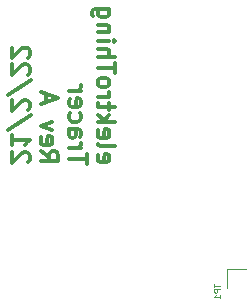
<source format=gbr>
%TF.GenerationSoftware,KiCad,Pcbnew,(6.0.0)*%
%TF.CreationDate,2022-02-22T11:37:22+00:00*%
%TF.ProjectId,Tracer,54726163-6572-42e6-9b69-6361645f7063,A*%
%TF.SameCoordinates,Original*%
%TF.FileFunction,Legend,Bot*%
%TF.FilePolarity,Positive*%
%FSLAX46Y46*%
G04 Gerber Fmt 4.6, Leading zero omitted, Abs format (unit mm)*
G04 Created by KiCad (PCBNEW (6.0.0)) date 2022-02-22 11:37:22*
%MOMM*%
%LPD*%
G01*
G04 APERTURE LIST*
%ADD10C,0.300000*%
%ADD11C,0.075000*%
%ADD12C,0.120000*%
G04 APERTURE END LIST*
D10*
X151615357Y-100976428D02*
X151543928Y-101119285D01*
X151543928Y-101405000D01*
X151615357Y-101547857D01*
X151758214Y-101619285D01*
X152329642Y-101619285D01*
X152472500Y-101547857D01*
X152543928Y-101405000D01*
X152543928Y-101119285D01*
X152472500Y-100976428D01*
X152329642Y-100905000D01*
X152186785Y-100905000D01*
X152043928Y-101619285D01*
X151543928Y-100047857D02*
X151615357Y-100190714D01*
X151758214Y-100262142D01*
X153043928Y-100262142D01*
X151615357Y-98905000D02*
X151543928Y-99047857D01*
X151543928Y-99333571D01*
X151615357Y-99476428D01*
X151758214Y-99547857D01*
X152329642Y-99547857D01*
X152472500Y-99476428D01*
X152543928Y-99333571D01*
X152543928Y-99047857D01*
X152472500Y-98905000D01*
X152329642Y-98833571D01*
X152186785Y-98833571D01*
X152043928Y-99547857D01*
X151543928Y-98190714D02*
X153043928Y-98190714D01*
X152115357Y-98047857D02*
X151543928Y-97619285D01*
X152543928Y-97619285D02*
X151972500Y-98190714D01*
X152543928Y-97190714D02*
X152543928Y-96619285D01*
X153043928Y-96976428D02*
X151758214Y-96976428D01*
X151615357Y-96905000D01*
X151543928Y-96762142D01*
X151543928Y-96619285D01*
X151543928Y-96119285D02*
X152543928Y-96119285D01*
X152258214Y-96119285D02*
X152401071Y-96047857D01*
X152472500Y-95976428D01*
X152543928Y-95833571D01*
X152543928Y-95690714D01*
X151543928Y-94976428D02*
X151615357Y-95119285D01*
X151686785Y-95190714D01*
X151829642Y-95262142D01*
X152258214Y-95262142D01*
X152401071Y-95190714D01*
X152472500Y-95119285D01*
X152543928Y-94976428D01*
X152543928Y-94762142D01*
X152472500Y-94619285D01*
X152401071Y-94547857D01*
X152258214Y-94476428D01*
X151829642Y-94476428D01*
X151686785Y-94547857D01*
X151615357Y-94619285D01*
X151543928Y-94762142D01*
X151543928Y-94976428D01*
X153043928Y-94047857D02*
X153043928Y-93190714D01*
X151543928Y-93619285D02*
X153043928Y-93619285D01*
X151543928Y-92690714D02*
X153043928Y-92690714D01*
X151543928Y-92047857D02*
X152329642Y-92047857D01*
X152472500Y-92119285D01*
X152543928Y-92262142D01*
X152543928Y-92476428D01*
X152472500Y-92619285D01*
X152401071Y-92690714D01*
X151543928Y-91333571D02*
X152543928Y-91333571D01*
X153043928Y-91333571D02*
X152972500Y-91405000D01*
X152901071Y-91333571D01*
X152972500Y-91262142D01*
X153043928Y-91333571D01*
X152901071Y-91333571D01*
X152543928Y-90619285D02*
X151543928Y-90619285D01*
X152401071Y-90619285D02*
X152472500Y-90547857D01*
X152543928Y-90405000D01*
X152543928Y-90190714D01*
X152472500Y-90047857D01*
X152329642Y-89976428D01*
X151543928Y-89976428D01*
X152543928Y-88619285D02*
X151329642Y-88619285D01*
X151186785Y-88690714D01*
X151115357Y-88762142D01*
X151043928Y-88905000D01*
X151043928Y-89119285D01*
X151115357Y-89262142D01*
X151615357Y-88619285D02*
X151543928Y-88762142D01*
X151543928Y-89047857D01*
X151615357Y-89190714D01*
X151686785Y-89262142D01*
X151829642Y-89333571D01*
X152258214Y-89333571D01*
X152401071Y-89262142D01*
X152472500Y-89190714D01*
X152543928Y-89047857D01*
X152543928Y-88762142D01*
X152472500Y-88619285D01*
X150628928Y-101762142D02*
X150628928Y-100905000D01*
X149128928Y-101333571D02*
X150628928Y-101333571D01*
X149128928Y-100405000D02*
X150128928Y-100405000D01*
X149843214Y-100405000D02*
X149986071Y-100333571D01*
X150057500Y-100262142D01*
X150128928Y-100119285D01*
X150128928Y-99976428D01*
X149128928Y-98833571D02*
X149914642Y-98833571D01*
X150057500Y-98905000D01*
X150128928Y-99047857D01*
X150128928Y-99333571D01*
X150057500Y-99476428D01*
X149200357Y-98833571D02*
X149128928Y-98976428D01*
X149128928Y-99333571D01*
X149200357Y-99476428D01*
X149343214Y-99547857D01*
X149486071Y-99547857D01*
X149628928Y-99476428D01*
X149700357Y-99333571D01*
X149700357Y-98976428D01*
X149771785Y-98833571D01*
X149200357Y-97476428D02*
X149128928Y-97619285D01*
X149128928Y-97905000D01*
X149200357Y-98047857D01*
X149271785Y-98119285D01*
X149414642Y-98190714D01*
X149843214Y-98190714D01*
X149986071Y-98119285D01*
X150057500Y-98047857D01*
X150128928Y-97905000D01*
X150128928Y-97619285D01*
X150057500Y-97476428D01*
X149200357Y-96262142D02*
X149128928Y-96405000D01*
X149128928Y-96690714D01*
X149200357Y-96833571D01*
X149343214Y-96905000D01*
X149914642Y-96905000D01*
X150057500Y-96833571D01*
X150128928Y-96690714D01*
X150128928Y-96405000D01*
X150057500Y-96262142D01*
X149914642Y-96190714D01*
X149771785Y-96190714D01*
X149628928Y-96905000D01*
X149128928Y-95547857D02*
X150128928Y-95547857D01*
X149843214Y-95547857D02*
X149986071Y-95476428D01*
X150057500Y-95405000D01*
X150128928Y-95262142D01*
X150128928Y-95119285D01*
X146713928Y-100690714D02*
X147428214Y-101190714D01*
X146713928Y-101547857D02*
X148213928Y-101547857D01*
X148213928Y-100976428D01*
X148142500Y-100833571D01*
X148071071Y-100762142D01*
X147928214Y-100690714D01*
X147713928Y-100690714D01*
X147571071Y-100762142D01*
X147499642Y-100833571D01*
X147428214Y-100976428D01*
X147428214Y-101547857D01*
X146785357Y-99476428D02*
X146713928Y-99619285D01*
X146713928Y-99905000D01*
X146785357Y-100047857D01*
X146928214Y-100119285D01*
X147499642Y-100119285D01*
X147642500Y-100047857D01*
X147713928Y-99905000D01*
X147713928Y-99619285D01*
X147642500Y-99476428D01*
X147499642Y-99405000D01*
X147356785Y-99405000D01*
X147213928Y-100119285D01*
X147713928Y-98905000D02*
X146713928Y-98547857D01*
X147713928Y-98190714D01*
X147142500Y-96547857D02*
X147142500Y-95833571D01*
X146713928Y-96690714D02*
X148213928Y-96190714D01*
X146713928Y-95690714D01*
X145656071Y-101619285D02*
X145727500Y-101547857D01*
X145798928Y-101405000D01*
X145798928Y-101047857D01*
X145727500Y-100905000D01*
X145656071Y-100833571D01*
X145513214Y-100762142D01*
X145370357Y-100762142D01*
X145156071Y-100833571D01*
X144298928Y-101690714D01*
X144298928Y-100762142D01*
X144298928Y-99333571D02*
X144298928Y-100190714D01*
X144298928Y-99762142D02*
X145798928Y-99762142D01*
X145584642Y-99905000D01*
X145441785Y-100047857D01*
X145370357Y-100190714D01*
X145870357Y-97619285D02*
X143941785Y-98905000D01*
X145656071Y-97190714D02*
X145727500Y-97119285D01*
X145798928Y-96976428D01*
X145798928Y-96619285D01*
X145727500Y-96476428D01*
X145656071Y-96405000D01*
X145513214Y-96333571D01*
X145370357Y-96333571D01*
X145156071Y-96405000D01*
X144298928Y-97262142D01*
X144298928Y-96333571D01*
X145870357Y-94619285D02*
X143941785Y-95905000D01*
X145656071Y-94190714D02*
X145727500Y-94119285D01*
X145798928Y-93976428D01*
X145798928Y-93619285D01*
X145727500Y-93476428D01*
X145656071Y-93405000D01*
X145513214Y-93333571D01*
X145370357Y-93333571D01*
X145156071Y-93405000D01*
X144298928Y-94262142D01*
X144298928Y-93333571D01*
X145656071Y-92762142D02*
X145727500Y-92690714D01*
X145798928Y-92547857D01*
X145798928Y-92190714D01*
X145727500Y-92047857D01*
X145656071Y-91976428D01*
X145513214Y-91905000D01*
X145370357Y-91905000D01*
X145156071Y-91976428D01*
X144298928Y-92833571D01*
X144298928Y-91905000D01*
D11*
%TO.C,TP1*%
X161426190Y-111919047D02*
X161426190Y-112204761D01*
X161926190Y-112061904D02*
X161426190Y-112061904D01*
X161926190Y-112371428D02*
X161426190Y-112371428D01*
X161426190Y-112561904D01*
X161450000Y-112609523D01*
X161473809Y-112633333D01*
X161521428Y-112657142D01*
X161592857Y-112657142D01*
X161640476Y-112633333D01*
X161664285Y-112609523D01*
X161688095Y-112561904D01*
X161688095Y-112371428D01*
X161926190Y-113133333D02*
X161926190Y-112847619D01*
X161926190Y-112990476D02*
X161426190Y-112990476D01*
X161497619Y-112942857D01*
X161545238Y-112895238D01*
X161569047Y-112847619D01*
D12*
X162500000Y-110650000D02*
X162500000Y-112250000D01*
X162500000Y-110650000D02*
X164100000Y-110650000D01*
%TD*%
M02*

</source>
